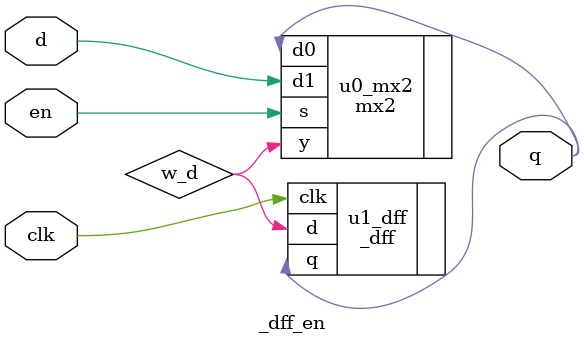
<source format=v>
module _dff_en(clk, en, d, q);
	input clk, en, d;
	output q;
	
	wire w_d;
	
	// using mux to select previous q and new d.
	// enable is 1, update d.
	mx2 u0_mx2(.d0(q), .d1(d), .s(en), .y(w_d));
	_dff u1_dff(.clk(clk), .d(w_d), .q(q));
endmodule

</source>
